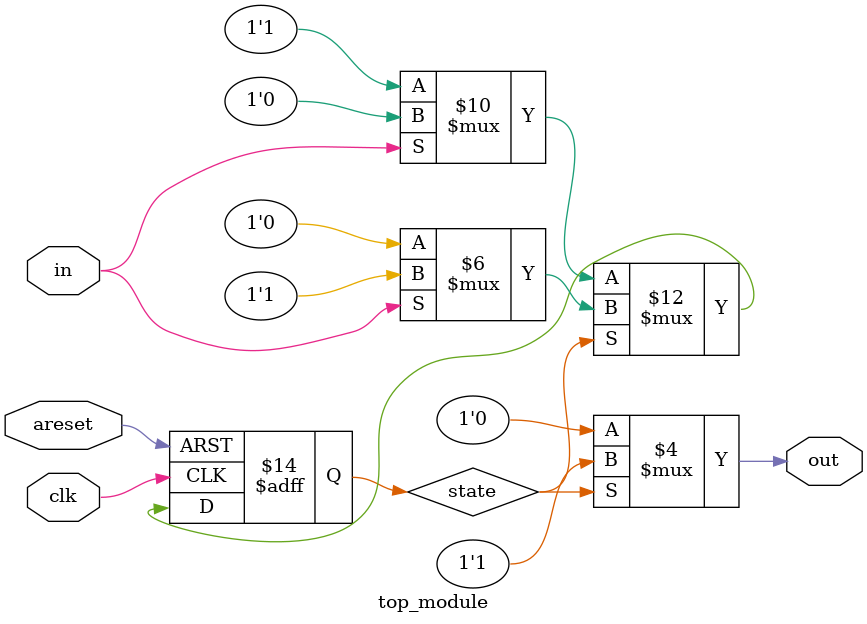
<source format=sv>
module top_module (
	input clk,
	input in,
	input areset,
	output out
);
	// Declare the state variable
	reg state;

	// Synchronous process for state update
	always @(posedge clk or posedge areset) begin
		if (areset) begin
			state <= 0; // Reset state to B
		end else begin
			// State transitions based on current state and input
			if (state == 0) begin // State A
				if (in) begin
					state <= 0; // Next state A
				end else begin
					state <= 1; // Next state B
				end
			end else begin // State B
				if (in) begin
					state <= 1; // Next state B
				end else begin
					state <= 0; // Next state A
				end
			end
		end
	end

	// Assign output based on state
	assign out = (state == 1) ? 1'b1 : 1'b0;
endmodule

</source>
